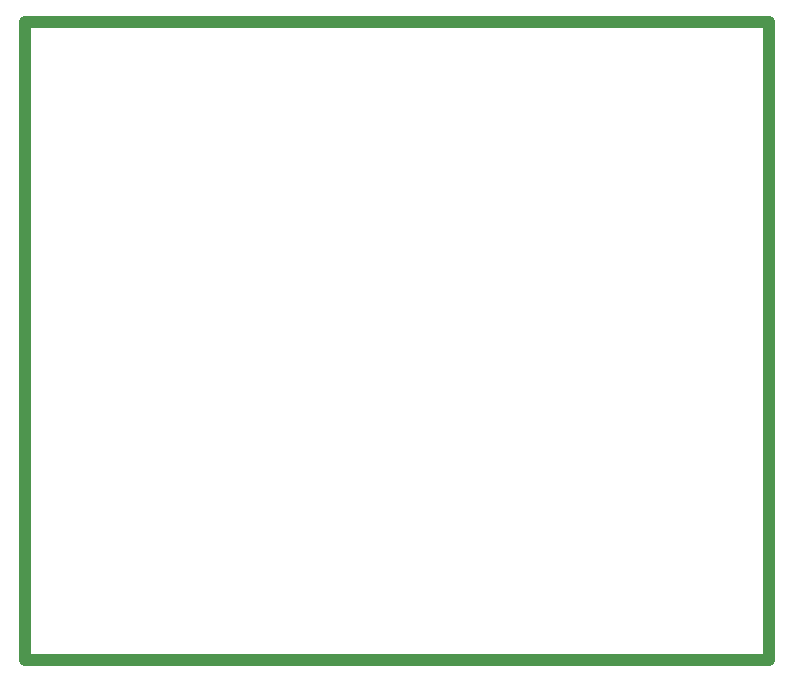
<source format=gko>
G04 Layer_Color=16711935*
%FSLAX24Y24*%
%MOIN*%
G70*
G01*
G75*
%ADD60C,0.0394*%
D60*
X9646Y9646D02*
X34449D01*
Y30906D01*
X9646D02*
X34449D01*
X9646Y9646D02*
Y30906D01*
M02*

</source>
